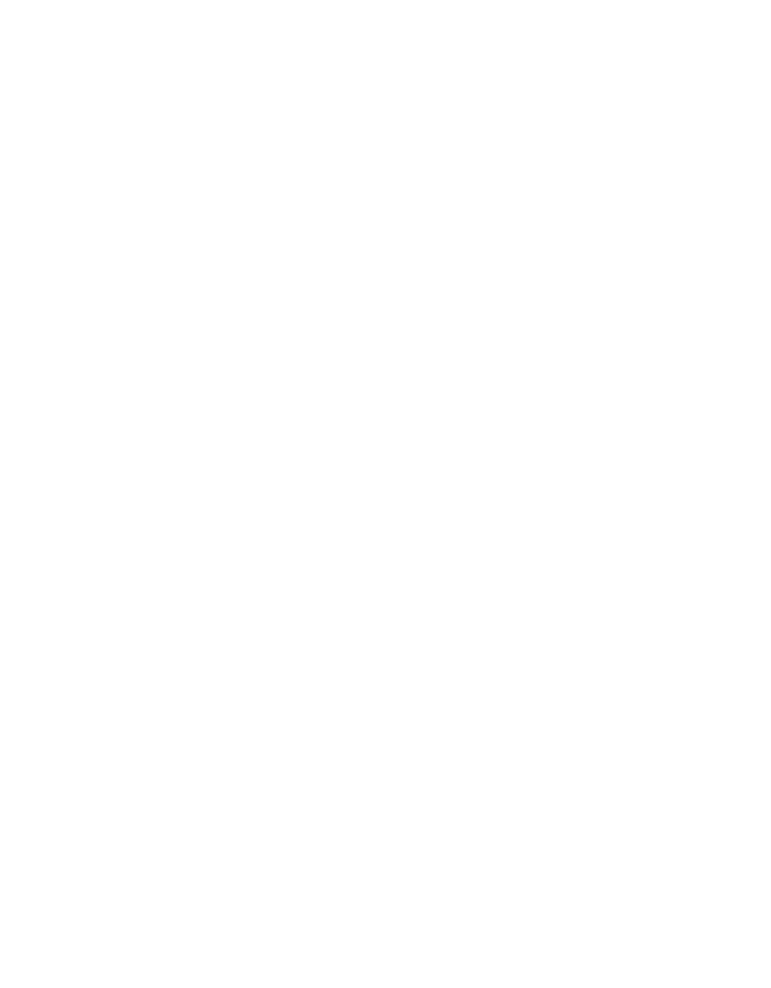
<source format=gbl>
G04*
G04 #@! TF.GenerationSoftware,Altium Limited,Altium Designer,22.6.1 (34)*
G04*
G04 Layer_Physical_Order=2*
G04 Layer_Color=16711680*
%FSLAX44Y44*%
%MOMM*%
G71*
G04*
G04 #@! TF.SameCoordinates,710D9251-245E-4E71-9F22-FE530993EF8F*
G04*
G04*
G04 #@! TF.FilePolarity,Positive*
G04*
G01*
G75*
%ADD20C,0.1000*%
D20*
X203099Y-325380D02*
D03*
X203100Y-315220D02*
D03*
X203100Y-305060D02*
D03*
X204099Y139620D02*
D03*
X204100Y149780D02*
D03*
X204100Y159940D02*
D03*
X203099Y370620D02*
D03*
X203100Y380780D02*
D03*
X203100Y390940D02*
D03*
X-301901Y-323380D02*
D03*
X-301900Y-313220D02*
D03*
X-301900Y-303060D02*
D03*
X-301901Y-91880D02*
D03*
X-301900Y-81720D02*
D03*
X-301900Y-71560D02*
D03*
X-304500Y138840D02*
D03*
X-304500Y149000D02*
D03*
X-304500Y159160D02*
D03*
X-303500Y371340D02*
D03*
X-303500Y381500D02*
D03*
X-303500Y391660D02*
D03*
X-376000Y407500D02*
D03*
Y-288500D02*
D03*
X-375000Y-58500D02*
D03*
X-375920Y173991D02*
D03*
X204469Y-96520D02*
D03*
X204470Y-86360D02*
D03*
X204470Y-76200D02*
D03*
X129541Y407670D02*
D03*
X109220Y407670D02*
D03*
X119380Y407670D02*
D03*
X99060Y407670D02*
D03*
X88900Y407671D02*
D03*
X112491Y340354D02*
D03*
X102333Y340531D02*
D03*
X92175Y340709D02*
D03*
X173500Y306500D02*
D03*
X165000Y310000D02*
D03*
X173500Y76500D02*
D03*
X165500Y80000D02*
D03*
X111760Y109220D02*
D03*
X101600Y109220D02*
D03*
X91440Y109221D02*
D03*
X129541Y175260D02*
D03*
X109220Y175260D02*
D03*
X119380Y175260D02*
D03*
X99060Y175260D02*
D03*
X88900Y175261D02*
D03*
X173000Y-157000D02*
D03*
X164500Y-153000D02*
D03*
X173000Y-388500D02*
D03*
X164500Y-385000D02*
D03*
X129541Y-55880D02*
D03*
X109220Y-55880D02*
D03*
X119380Y-55880D02*
D03*
X99060Y-55880D02*
D03*
X88900Y-55879D02*
D03*
X129541Y-288290D02*
D03*
X109220Y-288290D02*
D03*
X119380Y-288290D02*
D03*
X99060Y-288290D02*
D03*
X88900Y-288289D02*
D03*
X-396240Y407670D02*
D03*
X-386080Y407670D02*
D03*
X-406400Y407670D02*
D03*
X-416560Y407671D02*
D03*
X-394970Y336550D02*
D03*
X-405130Y336550D02*
D03*
X-415290Y336551D02*
D03*
X-334303Y303208D02*
D03*
X-343850Y306683D02*
D03*
X-332500Y-156500D02*
D03*
X-341000Y-154000D02*
D03*
X-333556Y74517D02*
D03*
X-342000Y77500D02*
D03*
X-394970Y107950D02*
D03*
X-405130Y107950D02*
D03*
X-415290Y107951D02*
D03*
X-396240Y173990D02*
D03*
X-386080Y173990D02*
D03*
X-406400Y173990D02*
D03*
X-416560Y173991D02*
D03*
X-396000Y-58500D02*
D03*
X-385500D02*
D03*
X-406500D02*
D03*
X-416500D02*
D03*
X-332000Y-387500D02*
D03*
X-341500Y-384500D02*
D03*
X-396240Y-288290D02*
D03*
X-386080Y-288290D02*
D03*
X-406400Y-288290D02*
D03*
X-416560Y-288289D02*
D03*
X102870Y-127000D02*
D03*
X113030Y-127000D02*
D03*
X92710Y-127000D02*
D03*
X-403860Y-123190D02*
D03*
X-393700Y-123190D02*
D03*
X-414020Y-123190D02*
D03*
X101600Y-354330D02*
D03*
X111760Y-354330D02*
D03*
X91440Y-354330D02*
D03*
X-403500Y-356000D02*
D03*
X-392500D02*
D03*
X-414000D02*
D03*
M02*

</source>
